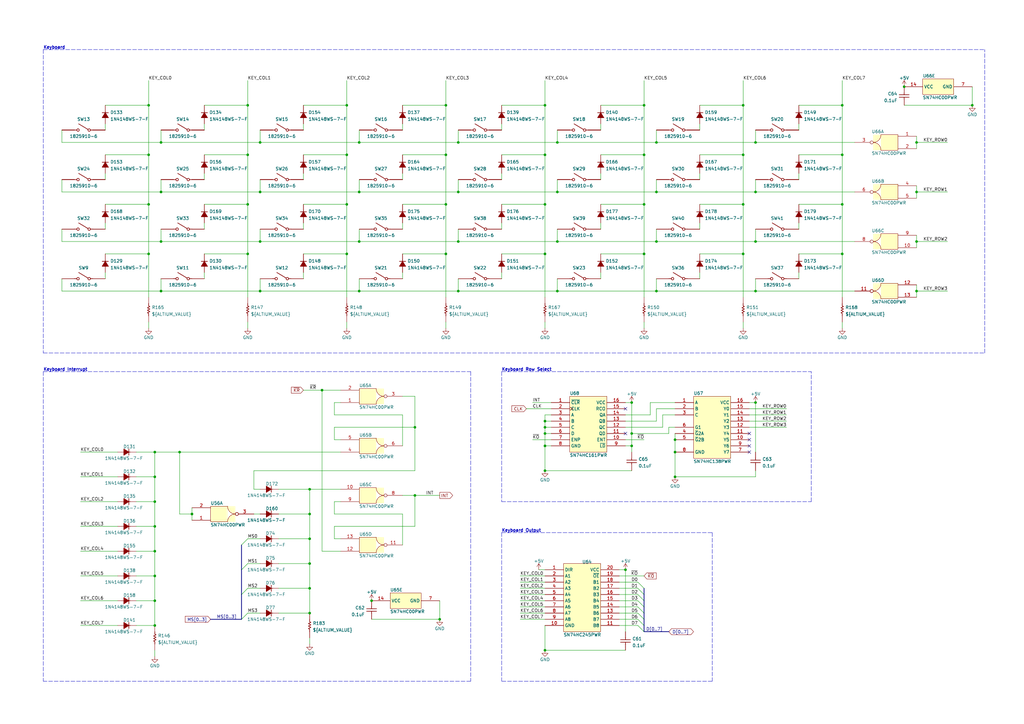
<source format=kicad_sch>
(kicad_sch (version 20211123) (generator eeschema)
  (paper "A3")
  (title_block (title "Keyboard") (date "2022-01-19") (rev "V1.1") (company "Riley Stuermer"))
  (junction (at 309.88 78.74))
  (junction (at 147.32 78.74))
  (junction (at 60.96 43.18))
  (junction (at 170.18 175.26))
  (junction (at 170.18 203.2))
  (junction (at 127 241.3))
  (junction (at 223.52 177.8))
  (junction (at 223.52 83.82))
  (junction (at 101.6 43.18))
  (junction (at 375.92 78.74))
  (junction (at 375.92 119.38))
  (junction (at 345.44 43.18))
  (junction (at 228.6 58.42))
  (junction (at 223.52 175.26))
  (junction (at 187.96 78.74))
  (junction (at 101.6 104.14))
  (junction (at 276.86 195.58))
  (junction (at 60.96 104.14))
  (junction (at 60.96 63.5))
  (junction (at 264.16 104.14))
  (junction (at 63.5 185.42))
  (junction (at 106.68 119.38))
  (junction (at 264.16 43.18))
  (junction (at 223.52 193.04))
  (junction (at 269.24 99.06))
  (junction (at 223.52 266.7))
  (junction (at 182.88 43.18))
  (junction (at 187.96 58.42))
  (junction (at 142.24 63.5))
  (junction (at 106.68 58.42))
  (junction (at 304.8 43.18))
  (junction (at 228.6 78.74))
  (junction (at 147.32 99.06))
  (junction (at 101.6 63.5))
  (junction (at 304.8 63.5))
  (junction (at 106.68 78.74))
  (junction (at 63.5 195.58))
  (junction (at 60.96 83.82))
  (junction (at 398.78 43.18))
  (junction (at 182.88 83.82))
  (junction (at 269.24 58.42))
  (junction (at 142.24 104.14))
  (junction (at 63.5 215.9))
  (junction (at 63.5 205.74))
  (junction (at 127 251.46))
  (junction (at 276.86 185.42))
  (junction (at 63.5 226.06))
  (junction (at 127 231.14))
  (junction (at 66.04 99.06))
  (junction (at 73.66 185.42))
  (junction (at 276.86 180.34))
  (junction (at 259.08 177.8))
  (junction (at 66.04 58.42))
  (junction (at 228.6 99.06))
  (junction (at 264.16 83.82))
  (junction (at 127 220.98))
  (junction (at 309.88 58.42))
  (junction (at 370.84 35.56))
  (junction (at 66.04 119.38))
  (junction (at 142.24 83.82))
  (junction (at 375.92 58.42))
  (junction (at 152.4 246.38))
  (junction (at 147.32 58.42))
  (junction (at 127 210.82))
  (junction (at 259.08 165.1))
  (junction (at 66.04 78.74))
  (junction (at 375.92 99.06))
  (junction (at 78.74 210.82))
  (junction (at 142.24 43.18))
  (junction (at 127 200.66))
  (junction (at 182.88 63.5))
  (junction (at 63.5 256.54))
  (junction (at 132.08 160.02))
  (junction (at 223.52 104.14))
  (junction (at 187.96 119.38))
  (junction (at 345.44 104.14))
  (junction (at 304.8 104.14))
  (junction (at 309.88 165.1))
  (junction (at 269.24 78.74))
  (junction (at 147.32 119.38))
  (junction (at 256.54 233.68))
  (junction (at 223.52 182.88))
  (junction (at 309.88 119.38))
  (junction (at 228.6 119.38))
  (junction (at 309.88 99.06))
  (junction (at 259.08 182.88))
  (junction (at 180.34 254))
  (junction (at 345.44 83.82))
  (junction (at 264.16 63.5))
  (junction (at 223.52 43.18))
  (junction (at 223.52 63.5))
  (junction (at 187.96 99.06))
  (junction (at 63.5 236.22))
  (junction (at 106.68 99.06))
  (junction (at 269.24 119.38))
  (junction (at 63.5 246.38))
  (junction (at 304.8 83.82))
  (junction (at 101.6 83.82))
  (junction (at 223.52 172.72))
  (junction (at 182.88 104.14))
  (junction (at 345.44 63.5))
  (no_connect (at 256.54 167.64))
  (no_connect (at 307.34 177.8))
  (no_connect (at 307.34 185.42))
  (no_connect (at 307.34 182.88))
  (no_connect (at 256.54 177.8))
  (no_connect (at 307.34 180.34))
  (bus_entry (at 99.06 233.68) (size 2.54 -2.54))
  (bus_entry (at 99.06 223.52) (size 2.54 -2.54))
  (bus_entry (at 99.06 243.84) (size 2.54 -2.54))
  (bus_entry (at 99.06 254) (size 2.54 -2.54))
  (bus_entry (at 261.62 256.54) (size 2.54 2.54))
  (bus_entry (at 261.62 248.92) (size 2.54 2.54))
  (bus_entry (at 261.62 251.46) (size 2.54 2.54))
  (bus_entry (at 261.62 254) (size 2.54 2.54))
  (bus_entry (at 261.62 241.3) (size 2.54 2.54))
  (bus_entry (at 261.62 238.76) (size 2.54 2.54))
  (bus_entry (at 261.62 243.84) (size 2.54 2.54))
  (bus_entry (at 261.62 246.38) (size 2.54 2.54))
  (wire (pts (xy 261.62 243.84) (xy 254 243.84)))
  (wire (pts (xy 187.96 99.06) (xy 228.6 99.06)))
  (wire (pts (xy 223.52 83.82) (xy 223.52 63.5)))
  (bus (pts (xy 99.06 223.52) (xy 99.06 233.68)))
  (wire (pts (xy 259.08 182.88) (xy 256.54 182.88)))
  (wire (pts (xy 264.16 43.18) (xy 246.38 43.18)))
  (wire (pts (xy 165.1 83.82) (xy 182.88 83.82)))
  (wire (pts (xy 375.92 76.2) (xy 375.92 78.74)))
  (wire (pts (xy 142.24 63.5) (xy 142.24 43.18)))
  (wire (pts (xy 170.18 175.26) (xy 137.16 175.26)))
  (bus (pts (xy 264.16 243.84) (xy 264.16 246.38)))
  (wire (pts (xy 106.68 200.66) (xy 104.14 200.66)))
  (polyline (pts (xy 17.78 20.32) (xy 17.78 144.78)))
  (wire (pts (xy 309.88 58.42) (xy 350.52 58.42)))
  (wire (pts (xy 269.24 58.42) (xy 309.88 58.42)))
  (wire (pts (xy 170.18 203.2) (xy 180.34 203.2)))
  (wire (pts (xy 187.96 119.38) (xy 228.6 119.38)))
  (wire (pts (xy 25.4 53.34) (xy 25.4 58.42)))
  (wire (pts (xy 83.82 111.76) (xy 83.82 114.3)))
  (wire (pts (xy 106.68 93.98) (xy 106.68 99.06)))
  (wire (pts (xy 187.96 58.42) (xy 228.6 58.42)))
  (wire (pts (xy 55.88 215.9) (xy 63.5 215.9)))
  (wire (pts (xy 170.18 203.2) (xy 165.1 203.2)))
  (bus (pts (xy 264.16 246.38) (xy 264.16 248.92)))
  (polyline (pts (xy 205.74 152.4) (xy 205.74 205.74)))
  (wire (pts (xy 213.36 248.92) (xy 223.52 248.92)))
  (wire (pts (xy 137.16 215.9) (xy 170.18 215.9)))
  (wire (pts (xy 187.96 78.74) (xy 228.6 78.74)))
  (wire (pts (xy 269.24 53.34) (xy 269.24 58.42)))
  (wire (pts (xy 213.36 241.3) (xy 223.52 241.3)))
  (bus (pts (xy 264.16 256.54) (xy 264.16 259.08)))
  (wire (pts (xy 139.7 220.98) (xy 137.16 220.98)))
  (wire (pts (xy 60.96 43.18) (xy 60.96 33.02)))
  (wire (pts (xy 213.36 251.46) (xy 223.52 251.46)))
  (wire (pts (xy 63.5 236.22) (xy 63.5 246.38)))
  (wire (pts (xy 106.68 73.66) (xy 106.68 78.74)))
  (wire (pts (xy 304.8 104.14) (xy 304.8 83.82)))
  (wire (pts (xy 180.34 254) (xy 180.34 246.38)))
  (wire (pts (xy 106.68 53.34) (xy 106.68 58.42)))
  (wire (pts (xy 165.1 111.76) (xy 165.1 114.3)))
  (wire (pts (xy 170.18 215.9) (xy 170.18 203.2)))
  (wire (pts (xy 287.02 71.12) (xy 287.02 73.66)))
  (wire (pts (xy 223.52 172.72) (xy 223.52 175.26)))
  (polyline (pts (xy 205.74 218.44) (xy 205.74 279.4)))
  (wire (pts (xy 55.88 205.74) (xy 63.5 205.74)))
  (wire (pts (xy 187.96 93.98) (xy 187.96 99.06)))
  (wire (pts (xy 345.44 43.18) (xy 327.66 43.18)))
  (wire (pts (xy 60.96 104.14) (xy 60.96 121.92)))
  (wire (pts (xy 147.32 93.98) (xy 147.32 99.06)))
  (wire (pts (xy 147.32 114.3) (xy 147.32 119.38)))
  (wire (pts (xy 266.7 170.18) (xy 266.7 165.1)))
  (wire (pts (xy 309.88 119.38) (xy 309.88 114.3)))
  (wire (pts (xy 370.84 43.18) (xy 398.78 43.18)))
  (wire (pts (xy 132.08 226.06) (xy 132.08 160.02)))
  (wire (pts (xy 271.78 170.18) (xy 276.86 170.18)))
  (wire (pts (xy 101.6 43.18) (xy 101.6 33.02)))
  (wire (pts (xy 25.4 78.74) (xy 66.04 78.74)))
  (wire (pts (xy 114.3 241.3) (xy 127 241.3)))
  (wire (pts (xy 309.88 78.74) (xy 309.88 73.66)))
  (wire (pts (xy 106.68 114.3) (xy 106.68 119.38)))
  (wire (pts (xy 73.66 185.42) (xy 139.7 185.42)))
  (wire (pts (xy 152.4 254) (xy 180.34 254)))
  (wire (pts (xy 139.7 226.06) (xy 132.08 226.06)))
  (wire (pts (xy 254 233.68) (xy 256.54 233.68)))
  (wire (pts (xy 388.62 119.38) (xy 375.92 119.38)))
  (wire (pts (xy 124.46 83.82) (xy 142.24 83.82)))
  (wire (pts (xy 124.46 71.12) (xy 124.46 73.66)))
  (wire (pts (xy 226.06 170.18) (xy 223.52 170.18)))
  (wire (pts (xy 287.02 91.44) (xy 287.02 93.98)))
  (wire (pts (xy 276.86 175.26) (xy 274.32 175.26)))
  (polyline (pts (xy 292.1 279.4) (xy 205.74 279.4)))
  (wire (pts (xy 66.04 73.66) (xy 66.04 78.74)))
  (bus (pts (xy 264.16 254) (xy 264.16 256.54)))
  (wire (pts (xy 137.16 175.26) (xy 137.16 180.34)))
  (wire (pts (xy 73.66 185.42) (xy 73.66 210.82)))
  (wire (pts (xy 223.52 132.08) (xy 223.52 134.62)))
  (wire (pts (xy 106.68 119.38) (xy 147.32 119.38)))
  (wire (pts (xy 223.52 43.18) (xy 205.74 43.18)))
  (wire (pts (xy 213.36 238.76) (xy 223.52 238.76)))
  (wire (pts (xy 165.1 43.18) (xy 182.88 43.18)))
  (wire (pts (xy 33.02 215.9) (xy 48.26 215.9)))
  (wire (pts (xy 345.44 104.14) (xy 345.44 121.92)))
  (wire (pts (xy 287.02 50.8) (xy 287.02 53.34)))
  (wire (pts (xy 114.3 231.14) (xy 127 231.14)))
  (wire (pts (xy 124.46 91.44) (xy 124.46 93.98)))
  (wire (pts (xy 106.68 220.98) (xy 101.6 220.98)))
  (wire (pts (xy 147.32 58.42) (xy 187.96 58.42)))
  (wire (pts (xy 218.44 165.1) (xy 226.06 165.1)))
  (wire (pts (xy 43.18 63.5) (xy 60.96 63.5)))
  (wire (pts (xy 139.7 165.1) (xy 137.16 165.1)))
  (wire (pts (xy 327.66 71.12) (xy 327.66 73.66)))
  (wire (pts (xy 223.52 170.18) (xy 223.52 172.72)))
  (wire (pts (xy 187.96 53.34) (xy 187.96 58.42)))
  (wire (pts (xy 33.02 246.38) (xy 48.26 246.38)))
  (wire (pts (xy 63.5 246.38) (xy 63.5 256.54)))
  (polyline (pts (xy 403.86 144.78) (xy 403.86 20.32)))
  (wire (pts (xy 307.34 172.72) (xy 322.58 172.72)))
  (wire (pts (xy 213.36 243.84) (xy 223.52 243.84)))
  (wire (pts (xy 228.6 119.38) (xy 269.24 119.38)))
  (wire (pts (xy 60.96 104.14) (xy 60.96 83.82)))
  (wire (pts (xy 60.96 63.5) (xy 60.96 83.82)))
  (wire (pts (xy 327.66 50.8) (xy 327.66 53.34)))
  (wire (pts (xy 307.34 170.18) (xy 322.58 170.18)))
  (wire (pts (xy 304.8 43.18) (xy 287.02 43.18)))
  (wire (pts (xy 228.6 114.3) (xy 228.6 119.38)))
  (wire (pts (xy 106.68 99.06) (xy 147.32 99.06)))
  (wire (pts (xy 60.96 43.18) (xy 43.18 43.18)))
  (wire (pts (xy 137.16 170.18) (xy 165.1 170.18)))
  (polyline (pts (xy 205.74 218.44) (xy 292.1 218.44)))
  (polyline (pts (xy 17.78 20.32) (xy 403.86 20.32)))
  (wire (pts (xy 55.88 246.38) (xy 63.5 246.38)))
  (wire (pts (xy 63.5 256.54) (xy 55.88 256.54)))
  (wire (pts (xy 307.34 165.1) (xy 309.88 165.1)))
  (wire (pts (xy 55.88 185.42) (xy 63.5 185.42)))
  (wire (pts (xy 223.52 193.04) (xy 259.08 193.04)))
  (wire (pts (xy 264.16 104.14) (xy 264.16 83.82)))
  (wire (pts (xy 304.8 63.5) (xy 304.8 43.18)))
  (wire (pts (xy 104.14 210.82) (xy 106.68 210.82)))
  (wire (pts (xy 78.74 210.82) (xy 78.74 213.36)))
  (wire (pts (xy 104.14 193.04) (xy 170.18 193.04)))
  (wire (pts (xy 124.46 104.14) (xy 142.24 104.14)))
  (wire (pts (xy 205.74 63.5) (xy 223.52 63.5)))
  (wire (pts (xy 215.9 167.64) (xy 226.06 167.64)))
  (polyline (pts (xy 205.74 205.74) (xy 332.74 205.74)))
  (wire (pts (xy 104.14 200.66) (xy 104.14 193.04)))
  (wire (pts (xy 147.32 99.06) (xy 187.96 99.06)))
  (wire (pts (xy 137.16 210.82) (xy 165.1 210.82)))
  (wire (pts (xy 63.5 226.06) (xy 63.5 236.22)))
  (wire (pts (xy 137.16 165.1) (xy 137.16 170.18)))
  (wire (pts (xy 375.92 96.52) (xy 375.92 99.06)))
  (polyline (pts (xy 205.74 152.4) (xy 332.74 152.4)))
  (wire (pts (xy 226.06 177.8) (xy 223.52 177.8)))
  (wire (pts (xy 106.68 251.46) (xy 101.6 251.46)))
  (wire (pts (xy 266.7 165.1) (xy 276.86 165.1)))
  (wire (pts (xy 398.78 43.18) (xy 398.78 35.56)))
  (bus (pts (xy 264.16 241.3) (xy 264.16 243.84)))
  (wire (pts (xy 223.52 63.5) (xy 223.52 43.18)))
  (wire (pts (xy 205.74 83.82) (xy 223.52 83.82)))
  (wire (pts (xy 223.52 175.26) (xy 223.52 177.8)))
  (wire (pts (xy 187.96 114.3) (xy 187.96 119.38)))
  (wire (pts (xy 142.24 43.18) (xy 124.46 43.18)))
  (wire (pts (xy 25.4 93.98) (xy 25.4 99.06)))
  (wire (pts (xy 223.52 104.14) (xy 223.52 121.92)))
  (wire (pts (xy 63.5 215.9) (xy 63.5 226.06)))
  (wire (pts (xy 55.88 195.58) (xy 63.5 195.58)))
  (wire (pts (xy 228.6 53.34) (xy 228.6 58.42)))
  (wire (pts (xy 101.6 83.82) (xy 101.6 104.14)))
  (wire (pts (xy 269.24 73.66) (xy 269.24 78.74)))
  (wire (pts (xy 223.52 104.14) (xy 223.52 83.82)))
  (wire (pts (xy 165.1 50.8) (xy 165.1 53.34)))
  (wire (pts (xy 345.44 63.5) (xy 345.44 43.18)))
  (wire (pts (xy 33.02 256.54) (xy 48.26 256.54)))
  (wire (pts (xy 139.7 205.74) (xy 137.16 205.74)))
  (polyline (pts (xy 332.74 205.74) (xy 332.74 152.4)))
  (wire (pts (xy 127 200.66) (xy 139.7 200.66)))
  (wire (pts (xy 66.04 93.98) (xy 66.04 99.06)))
  (wire (pts (xy 259.08 177.8) (xy 274.32 177.8)))
  (wire (pts (xy 213.36 236.22) (xy 223.52 236.22)))
  (wire (pts (xy 132.08 160.02) (xy 124.46 160.02)))
  (wire (pts (xy 213.36 254) (xy 223.52 254)))
  (wire (pts (xy 327.66 63.5) (xy 345.44 63.5)))
  (wire (pts (xy 304.8 104.14) (xy 304.8 121.92)))
  (wire (pts (xy 124.46 111.76) (xy 124.46 114.3)))
  (wire (pts (xy 101.6 104.14) (xy 83.82 104.14)))
  (wire (pts (xy 147.32 53.34) (xy 147.32 58.42)))
  (wire (pts (xy 345.44 43.18) (xy 345.44 33.02)))
  (wire (pts (xy 127 251.46) (xy 127 241.3)))
  (wire (pts (xy 307.34 175.26) (xy 322.58 175.26)))
  (wire (pts (xy 142.24 104.14) (xy 142.24 121.92)))
  (wire (pts (xy 274.32 175.26) (xy 274.32 177.8)))
  (wire (pts (xy 83.82 50.8) (xy 83.82 53.34)))
  (wire (pts (xy 170.18 162.56) (xy 165.1 162.56)))
  (wire (pts (xy 309.88 119.38) (xy 350.52 119.38)))
  (wire (pts (xy 264.16 83.82) (xy 264.16 63.5)))
  (wire (pts (xy 66.04 114.3) (xy 66.04 119.38)))
  (wire (pts (xy 388.62 99.06) (xy 375.92 99.06)))
  (wire (pts (xy 83.82 43.18) (xy 101.6 43.18)))
  (wire (pts (xy 165.1 210.82) (xy 165.1 223.52)))
  (wire (pts (xy 256.54 175.26) (xy 271.78 175.26)))
  (wire (pts (xy 127 241.3) (xy 127 231.14)))
  (wire (pts (xy 327.66 91.44) (xy 327.66 93.98)))
  (wire (pts (xy 345.44 83.82) (xy 345.44 63.5)))
  (wire (pts (xy 25.4 99.06) (xy 66.04 99.06)))
  (wire (pts (xy 83.82 91.44) (xy 83.82 93.98)))
  (wire (pts (xy 269.24 167.64) (xy 276.86 167.64)))
  (wire (pts (xy 83.82 63.5) (xy 101.6 63.5)))
  (wire (pts (xy 137.16 220.98) (xy 137.16 215.9)))
  (wire (pts (xy 228.6 99.06) (xy 269.24 99.06)))
  (wire (pts (xy 182.88 63.5) (xy 182.88 43.18)))
  (wire (pts (xy 165.1 91.44) (xy 165.1 93.98)))
  (wire (pts (xy 33.02 185.42) (xy 48.26 185.42)))
  (polyline (pts (xy 193.04 279.4) (xy 17.78 279.4)))
  (wire (pts (xy 276.86 180.34) (xy 276.86 185.42)))
  (wire (pts (xy 345.44 104.14) (xy 345.44 83.82)))
  (wire (pts (xy 246.38 83.82) (xy 264.16 83.82)))
  (wire (pts (xy 137.16 180.34) (xy 139.7 180.34)))
  (wire (pts (xy 218.44 180.34) (xy 226.06 180.34)))
  (wire (pts (xy 142.24 104.14) (xy 142.24 83.82)))
  (wire (pts (xy 246.38 50.8) (xy 246.38 53.34)))
  (wire (pts (xy 246.38 63.5) (xy 264.16 63.5)))
  (wire (pts (xy 375.92 55.88) (xy 375.92 58.42)))
  (wire (pts (xy 25.4 58.42) (xy 66.04 58.42)))
  (wire (pts (xy 205.74 50.8) (xy 205.74 53.34)))
  (bus (pts (xy 99.06 233.68) (xy 99.06 243.84)))
  (wire (pts (xy 63.5 195.58) (xy 63.5 205.74)))
  (wire (pts (xy 43.18 91.44) (xy 43.18 93.98)))
  (wire (pts (xy 345.44 132.08) (xy 345.44 134.62)))
  (wire (pts (xy 304.8 83.82) (xy 304.8 63.5)))
  (bus (pts (xy 99.06 254) (xy 86.36 254)))
  (wire (pts (xy 228.6 78.74) (xy 269.24 78.74)))
  (wire (pts (xy 307.34 167.64) (xy 322.58 167.64)))
  (bus (pts (xy 264.16 251.46) (xy 264.16 254)))
  (wire (pts (xy 375.92 99.06) (xy 375.92 101.6)))
  (wire (pts (xy 165.1 104.14) (xy 182.88 104.14)))
  (wire (pts (xy 228.6 73.66) (xy 228.6 78.74)))
  (wire (pts (xy 261.62 246.38) (xy 254 246.38)))
  (wire (pts (xy 223.52 182.88) (xy 223.52 193.04)))
  (wire (pts (xy 269.24 99.06) (xy 309.88 99.06)))
  (polyline (pts (xy 292.1 218.44) (xy 292.1 279.4)))
  (wire (pts (xy 327.66 104.14) (xy 345.44 104.14)))
  (wire (pts (xy 259.08 165.1) (xy 259.08 177.8)))
  (wire (pts (xy 264.16 63.5) (xy 264.16 43.18)))
  (wire (pts (xy 124.46 50.8) (xy 124.46 53.34)))
  (wire (pts (xy 63.5 205.74) (xy 63.5 215.9)))
  (wire (pts (xy 375.92 119.38) (xy 375.92 121.92)))
  (wire (pts (xy 43.18 104.14) (xy 60.96 104.14)))
  (wire (pts (xy 73.66 210.82) (xy 78.74 210.82)))
  (wire (pts (xy 259.08 177.8) (xy 259.08 182.88)))
  (wire (pts (xy 127 210.82) (xy 114.3 210.82)))
  (wire (pts (xy 127 200.66) (xy 114.3 200.66)))
  (wire (pts (xy 83.82 71.12) (xy 83.82 73.66)))
  (wire (pts (xy 213.36 246.38) (xy 223.52 246.38)))
  (wire (pts (xy 226.06 175.26) (xy 223.52 175.26)))
  (wire (pts (xy 261.62 248.92) (xy 254 248.92)))
  (wire (pts (xy 165.1 63.5) (xy 182.88 63.5)))
  (wire (pts (xy 223.52 182.88) (xy 226.06 182.88)))
  (wire (pts (xy 142.24 132.08) (xy 142.24 134.62)))
  (wire (pts (xy 25.4 73.66) (xy 25.4 78.74)))
  (bus (pts (xy 264.16 248.92) (xy 264.16 251.46)))
  (wire (pts (xy 309.88 193.04) (xy 309.88 195.58)))
  (wire (pts (xy 25.4 119.38) (xy 66.04 119.38)))
  (wire (pts (xy 375.92 78.74) (xy 375.92 81.28)))
  (wire (pts (xy 287.02 63.5) (xy 304.8 63.5)))
  (wire (pts (xy 388.62 58.42) (xy 375.92 58.42)))
  (wire (pts (xy 228.6 58.42) (xy 269.24 58.42)))
  (wire (pts (xy 205.74 111.76) (xy 205.74 114.3)))
  (wire (pts (xy 256.54 180.34) (xy 264.16 180.34)))
  (wire (pts (xy 264.16 132.08) (xy 264.16 134.62)))
  (wire (pts (xy 66.04 99.06) (xy 106.68 99.06)))
  (wire (pts (xy 264.16 104.14) (xy 264.16 121.92)))
  (wire (pts (xy 259.08 182.88) (xy 259.08 185.42)))
  (wire (pts (xy 256.54 233.68) (xy 256.54 259.08)))
  (wire (pts (xy 205.74 91.44) (xy 205.74 93.98)))
  (wire (pts (xy 33.02 205.74) (xy 48.26 205.74)))
  (wire (pts (xy 106.68 58.42) (xy 147.32 58.42)))
  (wire (pts (xy 246.38 91.44) (xy 246.38 93.98)))
  (bus (pts (xy 264.16 259.08) (xy 274.32 259.08)))
  (wire (pts (xy 375.92 58.42) (xy 375.92 60.96)))
  (wire (pts (xy 55.88 226.06) (xy 63.5 226.06)))
  (wire (pts (xy 261.62 251.46) (xy 254 251.46)))
  (wire (pts (xy 147.32 73.66) (xy 147.32 78.74)))
  (wire (pts (xy 223.52 43.18) (xy 223.52 33.02)))
  (wire (pts (xy 66.04 58.42) (xy 106.68 58.42)))
  (wire (pts (xy 388.62 78.74) (xy 375.92 78.74)))
  (wire (pts (xy 101.6 104.14) (xy 101.6 121.92)))
  (wire (pts (xy 142.24 83.82) (xy 142.24 63.5)))
  (wire (pts (xy 127 231.14) (xy 127 220.98)))
  (wire (pts (xy 142.24 43.18) (xy 142.24 33.02)))
  (wire (pts (xy 309.88 195.58) (xy 276.86 195.58)))
  (wire (pts (xy 101.6 63.5) (xy 101.6 83.82)))
  (wire (pts (xy 127 264.16) (xy 127 261.62)))
  (wire (pts (xy 276.86 185.42) (xy 276.86 195.58)))
  (polyline (pts (xy 17.78 144.78) (xy 403.86 144.78)))
  (wire (pts (xy 261.62 238.76) (xy 254 238.76)))
  (wire (pts (xy 78.74 210.82) (xy 78.74 208.28)))
  (wire (pts (xy 256.54 172.72) (xy 269.24 172.72)))
  (wire (pts (xy 127 210.82) (xy 127 200.66)))
  (wire (pts (xy 269.24 119.38) (xy 309.88 119.38)))
  (wire (pts (xy 261.62 254) (xy 254 254)))
  (wire (pts (xy 43.18 111.76) (xy 43.18 114.3)))
  (wire (pts (xy 66.04 78.74) (xy 106.68 78.74)))
  (wire (pts (xy 287.02 83.82) (xy 304.8 83.82)))
  (wire (pts (xy 226.06 172.72) (xy 223.52 172.72)))
  (wire (pts (xy 287.02 104.14) (xy 304.8 104.14)))
  (wire (pts (xy 187.96 73.66) (xy 187.96 78.74)))
  (wire (pts (xy 66.04 119.38) (xy 106.68 119.38)))
  (wire (pts (xy 182.88 83.82) (xy 182.88 63.5)))
  (wire (pts (xy 223.52 177.8) (xy 223.52 182.88)))
  (wire (pts (xy 60.96 63.5) (xy 60.96 43.18)))
  (wire (pts (xy 309.88 99.06) (xy 309.88 93.98)))
  (wire (pts (xy 33.02 195.58) (xy 48.26 195.58)))
  (wire (pts (xy 147.32 119.38) (xy 187.96 119.38)))
  (wire (pts (xy 60.96 83.82) (xy 43.18 83.82)))
  (wire (pts (xy 182.88 132.08) (xy 182.88 134.62)))
  (wire (pts (xy 182.88 104.14) (xy 182.88 83.82)))
  (wire (pts (xy 106.68 231.14) (xy 101.6 231.14)))
  (wire (pts (xy 43.18 71.12) (xy 43.18 73.66)))
  (wire (pts (xy 124.46 63.5) (xy 142.24 63.5)))
  (wire (pts (xy 254 236.22) (xy 264.16 236.22)))
  (wire (pts (xy 261.62 241.3) (xy 254 241.3)))
  (wire (pts (xy 309.88 78.74) (xy 350.52 78.74)))
  (wire (pts (xy 165.1 71.12) (xy 165.1 73.66)))
  (wire (pts (xy 33.02 226.06) (xy 48.26 226.06)))
  (wire (pts (xy 304.8 132.08) (xy 304.8 134.62)))
  (wire (pts (xy 269.24 114.3) (xy 269.24 119.38)))
  (wire (pts (xy 228.6 93.98) (xy 228.6 99.06)))
  (wire (pts (xy 33.02 236.22) (xy 48.26 236.22)))
  (wire (pts (xy 304.8 43.18) (xy 304.8 33.02)))
  (wire (pts (xy 309.88 58.42) (xy 309.88 53.34)))
  (wire (pts (xy 264.16 43.18) (xy 264.16 33.02)))
  (wire (pts (xy 170.18 193.04) (xy 170.18 175.26)))
  (wire (pts (xy 269.24 93.98) (xy 269.24 99.06)))
  (wire (pts (xy 276.86 177.8) (xy 276.86 180.34)))
  (wire (pts (xy 327.66 111.76) (xy 327.66 114.3)))
  (wire (pts (xy 309.88 99.06) (xy 350.52 99.06)))
  (wire (pts (xy 269.24 78.74) (xy 309.88 78.74)))
  (wire (pts (xy 83.82 83.82) (xy 101.6 83.82)))
  (wire (pts (xy 223.52 256.54) (xy 223.52 266.7)))
  (wire (pts (xy 101.6 241.3) (xy 106.68 241.3)))
  (wire (pts (xy 55.88 236.22) (xy 63.5 236.22)))
  (bus (pts (xy 99.06 243.84) (xy 99.06 254)))
  (wire (pts (xy 127 220.98) (xy 127 210.82)))
  (wire (pts (xy 63.5 195.58) (xy 63.5 185.42)))
  (polyline (pts (xy 17.78 152.4) (xy 17.78 279.4)))
  (polyline (pts (xy 17.78 152.4) (xy 193.04 152.4)))
  (wire (pts (xy 165.1 170.18) (xy 165.1 182.88)))
  (wire (pts (xy 170.18 175.26) (xy 170.18 162.56)))
  (wire (pts (xy 101.6 132.08) (xy 101.6 134.62)))
  (wire (pts (xy 137.16 205.74) (xy 137.16 210.82)))
  (wire (pts (xy 220.98 233.68) (xy 223.52 233.68)))
  (wire (pts (xy 375.92 116.84) (xy 375.92 119.38)))
  (wire (pts (xy 147.32 78.74) (xy 187.96 78.74)))
  (polyline (pts (xy 193.04 152.4) (xy 193.04 279.4)))
  (wire (pts (xy 60.96 132.08) (xy 60.96 134.62)))
  (wire (pts (xy 223.52 266.7) (xy 256.54 266.7)))
  (wire (pts (xy 139.7 160.02) (xy 132.08 160.02)))
  (wire (pts (xy 63.5 269.24) (xy 63.5 266.7)))
  (wire (pts (xy 256.54 170.18) (xy 266.7 170.18)))
  (wire (pts (xy 25.4 114.3) (xy 25.4 119.38)))
  (wire (pts (xy 205.74 71.12) (xy 205.74 73.66)))
  (wire (pts (xy 205.74 104.14) (xy 223.52 104.14)))
  (wire (pts (xy 106.68 78.74) (xy 147.32 78.74)))
  (wire (pts (xy 114.3 220.98) (xy 127 220.98)))
  (wire (pts (xy 182.88 43.18) (xy 182.88 33.02)))
  (wire (pts (xy 63.5 185.42) (xy 73.66 185.42)))
  (wire (pts (xy 261.62 256.54) (xy 254 256.54)))
  (wire (pts (xy 246.38 111.76) (xy 246.38 114.3)))
  (wire (pts (xy 256.54 165.1) (xy 259.08 165.1)))
  (wire (pts (xy 287.02 111.76) (xy 287.02 114.3)))
  (wire (pts (xy 114.3 251.46) (xy 127 251.46)))
  (wire (pts (xy 182.88 104.14) (xy 182.88 121.92)))
  (wire (pts (xy 43.18 50.8) (xy 43.18 53.34)))
  (wire (pts (xy 309.88 165.1) (xy 309.88 185.42)))
  (wire (pts (xy 269.24 167.64) (xy 269.24 172.72)))
  (wire (pts (xy 246.38 71.12) (xy 246.38 73.66)))
  (wire (pts (xy 271.78 175.26) (xy 271.78 170.18)))
  (wire (pts (xy 246.38 104.14) (xy 264.16 104.14)))
  (wire (pts (xy 101.6 43.18) (xy 101.6 63.5)))
  (wire (pts (xy 327.66 83.82) (xy 345.44 83.82)))
  (wire (pts (xy 66.04 53.34) (xy 66.04 58.42)))
  (text "Keyboard Interrupt" (at 17.78 152.4 0) (effects (font (size 1.27 1.27) bold) (justify left bottom)))
  (text "Keyboard Row Select" (at 205.74 152.4 0) (effects (font (size 1.27 1.27) bold) (justify left bottom)))
  (text "Keyboard" (at 17.78 20.32 0) (effects (font (size 1.27 1.27) (thickness 0.254) bold) (justify left bottom)))
  (text "Keyboard Output" (at 205.74 218.44 0) (effects (font (size 1.27 1.27) bold) (justify left bottom)))
  (label "KEY_COL1" (at 101.6 33.02 0))
  (label "~{KO}" (at 261.62 236.22 180))
  (label "~{KR}" (at 127 160.02 0))
  (label "KEY_COL0" (at 213.36 236.22 0))
  (label "KEY_COL0" (at 33.02 185.42 0))
  (label "KEY_COL4" (at 213.36 246.38 0))
  (label "MS3" (at 101.6 251.46 0))
  (label "INT" (at 218.44 165.1 0))
  (label "MS0" (at 101.6 220.98 0))
  (label "KEY_COL7" (at 213.36 254 0))
  (label "D2" (at 261.62 243.84 180))
  (label "MS2" (at 101.6 241.3 0))
  (label "KEY_COL5" (at 213.36 248.92 0))
  (label "KEY_COL3" (at 182.88 33.02 0))
  (label "D5" (at 261.62 251.46 180))
  (label "D4" (at 261.62 248.92 180))
  (label "KEY_COL6" (at 304.8 33.02 0))
  (label "D6" (at 261.62 254 180))
  (label "KEY_ROW1" (at 388.62 78.74 180))
  (label "KEY_COL2" (at 142.24 33.02 0))
  (label "MS[0..3]" (at 88.9 254 0))
  (label "KEY_ROW3" (at 322.58 175.26 180))
  (label "D0" (at 261.62 238.76 180))
  (label "INT" (at 177.8 203.2 180))
  (label "KEY_COL7" (at 345.44 33.02 0))
  (label "~{KO}" (at 218.44 180.34 0))
  (label "MS1" (at 101.6 231.14 0))
  (label "D3" (at 261.62 246.38 180))
  (label "KEY_ROW3" (at 388.62 119.38 180))
  (label "D7" (at 261.62 256.54 180))
  (label "KEY_COL1" (at 33.02 195.58 0))
  (label "KEY_COL2" (at 33.02 205.74 0))
  (label "KEY_COL2" (at 213.36 241.3 0))
  (label "~{KO}" (at 264.16 180.34 180))
  (label "KEY_COL6" (at 213.36 251.46 0))
  (label "KEY_COL5" (at 264.16 33.02 0))
  (label "D1" (at 261.62 241.3 180))
  (label "KEY_COL1" (at 213.36 238.76 0))
  (label "KEY_COL0" (at 60.96 33.02 0))
  (label "CLK" (at 218.44 167.64 0))
  (label "KEY_ROW2" (at 388.62 99.06 180))
  (label "KEY_COL5" (at 33.02 236.22 0))
  (label "KEY_ROW0" (at 322.58 167.64 180))
  (label "KEY_COL3" (at 33.02 215.9 0))
  (label "KEY_COL4" (at 33.02 226.06 0))
  (label "KEY_ROW0" (at 388.62 58.42 180))
  (label "KEY_COL4" (at 223.52 33.02 0))
  (label "KEY_ROW2" (at 322.58 172.72 180))
  (label "KEY_COL6" (at 33.02 246.38 0))
  (label "KEY_COL7" (at 33.02 256.54 0))
  (label "KEY_COL3" (at 213.36 243.84 0))
  (label "KEY_ROW1" (at 322.58 170.18 180))
  (label "D[0..7]" (at 271.78 259.08 180))
  (global_label "~{KR}" (shape input) (at 124.46 160.02 180) (property "Intersheet References" "${INTERSHEET_REFS}" (effects hide)))
  (global_label "MS[0..3]" (shape input) (at 86.36 254 180) (property "Intersheet References" "${INTERSHEET_REFS}" (effects hide)))
  (global_label "INT" (shape output) (at 180.34 203.2 0) (property "Intersheet References" "${INTERSHEET_REFS}" (effects hide)))
  (global_label "D[0..7]" (shape bidirectional) (at 274.32 259.08 0) (property "Intersheet References" "${INTERSHEET_REFS}" (effects hide)))
  (global_label "~{KO}" (shape input) (at 264.16 236.22 0) (property "Intersheet References" "${INTERSHEET_REFS}" (effects hide)))
  (global_label "CLK" (shape input) (at 215.9 167.64 180) (property "Intersheet References" "${INTERSHEET_REFS}" (effects hide)))
  (symbol (lib_id "8BitCPU_Symbols:1825910-6") (at 274.32 93.98 0) (unit 1)
    (property "Reference" "SW40" (at 278.13 89.535 0))
    (property "Value" "1825910-6" (at 278.13 96.52 0))
    (property "Footprint" "TE-1825910-6" (effects hide))
  )
  (symbol (lib_id "8BitCPU_Symbols:1N4148WS-7-F") (at 109.22 251.46 0) (unit 1)
    (property "Reference" "D77" (at 108.966 249.936 0) (effects (justify left bottom)))
    (property "Value" "1N4148WS-7-F" (at 109.22 254 0))
    (property "Footprint" "DI-SOD323-SODFL250X120-2N" (effects hide))
  )
  (symbol (lib_id "8BitCPU_Symbols:RES") (at 142.24 129.54 90) (unit 1)
    (property "Reference" "R148" (at 143.51 126.0915 90) (effects (justify right)))
    (property "Value" "${ALTIUM_VALUE}" (at 143.51 128.8666 90) (effects (justify right)))
    (property "Footprint" "0603-RESC1508X06N" (effects hide))
  )
  (symbol (lib_id "8BitCPU_Symbols:1N4148WS-7-F") (at 109.22 241.3 0) (unit 1)
    (property "Reference" "D76" (at 108.966 239.776 0) (effects (justify left bottom)))
    (property "Value" "1N4148WS-7-F" (at 109.22 243.84 0))
    (property "Footprint" "8BitCPU_Footprints:SOD323-SODFL250X120-2N" (effects hide))
  )
  (symbol (lib_id "8BitCPU_Symbols:GND") (at 223.52 193.04 0) (unit 1)
    (property "Reference" "#PWR?" (effects hide))
    (property "Value" "GND" (at 223.52 196.85 0))
  )
  (symbol (lib_id "8BitCPU_Symbols:RES") (at 223.52 129.54 90) (unit 1)
    (property "Reference" "R167" (at 224.79 126.0915 90) (effects (justify right)))
    (property "Value" "${ALTIUM_VALUE}" (at 224.79 128.8666 90) (effects (justify right)))
    (property "Footprint" "0603-RESC1508X06N" (effects hide))
  )
  (symbol (lib_id "8BitCPU_Symbols:GND") (at 345.44 134.62 0) (unit 1)
    (property "Reference" "#PWR?" (effects hide))
    (property "Value" "GND" (at 345.44 138.43 0))
  )
  (symbol (lib_id "8BitCPU_Symbols:1825910-6") (at 30.48 114.3 0) (unit 1)
    (property "Reference" "SW9" (at 34.29 109.855 0))
    (property "Value" "1825910-6" (at 34.29 116.84 0))
    (property "Footprint" "TE-1825910-6" (effects hide))
  )
  (symbol (lib_id "8BitCPU_Symbols:GND") (at 223.52 134.62 0) (unit 1)
    (property "Reference" "#PWR?" (effects hide))
    (property "Value" "GND" (at 223.52 138.43 0))
  )
  (symbol (lib_id "8BitCPU_Symbols:SN74HC00PWR") (at 147.32 220.98 0) (unit 4)
    (property "Reference" "U65" (at 147.32 219.075 0) (effects (justify left)))
    (property "Value" "SN74HC00PWR" (at 147.32 227.965 0) (effects (justify left)))
    (property "Footprint" "8BitCPU_Footprints:PW-TSSOP65P640X120-14N" (effects hide))
  )
  (symbol (lib_id "8BitCPU_Symbols:1825910-6") (at 111.76 93.98 0) (unit 1)
    (property "Reference" "SW34" (at 115.57 89.535 0))
    (property "Value" "1825910-6" (at 115.57 96.52 0))
    (property "Footprint" "TE-1825910-6" (effects hide))
  )
  (symbol (lib_id "8BitCPU_Symbols:1N4148WS-7-F") (at 246.38 88.9 90) (unit 1)
    (property "Reference" "D177" (at 248.412 86.7215 90) (effects (justify right)))
    (property "Value" "1N4148WS-7-F" (at 248.412 89.4966 90) (effects (justify right)))
    (property "Footprint" "DI-SOD323-SODFL250X120-2N" (effects hide))
  )
  (symbol (lib_id "8BitCPU_Symbols:1N4148WS-7-F") (at 50.8 226.06 0) (unit 1)
    (property "Reference" "D155" (at 50.546 224.536 0) (effects (justify left bottom)))
    (property "Value" "1N4148WS-7-F" (at 50.8 228.6 0))
    (property "Footprint" "DI-SOD323-SODFL250X120-2N" (effects hide))
  )
  (symbol (lib_id "8BitCPU_Symbols:1825910-6") (at 193.04 73.66 0) (unit 1)
    (property "Reference" "SW28" (at 196.85 69.215 0))
    (property "Value" "1825910-6" (at 196.85 76.2 0))
    (property "Footprint" "TE-1825910-6" (effects hide))
  )
  (symbol (lib_id "8BitCPU_Symbols:1N4148WS-7-F") (at 205.74 109.22 90) (unit 1)
    (property "Reference" "D151" (at 207.772 107.0415 90) (effects (justify right)))
    (property "Value" "1N4148WS-7-F" (at 207.772 109.8166 90) (effects (justify right)))
    (property "Footprint" "DI-SOD323-SODFL250X120-2N" (effects hide))
  )
  (symbol (lib_id "8BitCPU_Symbols:GND") (at 304.8 134.62 0) (unit 1)
    (property "Reference" "#PWR?" (effects hide))
    (property "Value" "GND" (at 304.8 138.43 0))
  )
  (symbol (lib_id "8BitCPU_Symbols:1825910-6") (at 274.32 73.66 0) (unit 1)
    (property "Reference" "SW30" (at 278.13 69.215 0))
    (property "Value" "1825910-6" (at 278.13 76.2 0))
    (property "Footprint" "TE-1825910-6" (effects hide))
  )
  (symbol (lib_id "8BitCPU_Symbols:RES") (at 63.5 264.16 90) (unit 1)
    (property "Reference" "R146" (at 64.77 260.7115 90) (effects (justify right)))
    (property "Value" "${ALTIUM_VALUE}" (at 64.77 263.4866 90) (effects (justify right)))
    (property "Footprint" "0603-RESC1508X06N" (effects hide))
  )
  (symbol (lib_id "8BitCPU_Symbols:1825910-6") (at 111.76 114.3 0) (unit 1)
    (property "Reference" "SW12" (at 115.57 109.855 0))
    (property "Value" "1825910-6" (at 115.57 116.84 0))
    (property "Footprint" "TE-1825910-6" (effects hide))
  )
  (symbol (lib_id "8BitCPU_Symbols:1825910-6") (at 71.12 93.98 0) (unit 1)
    (property "Reference" "SW33" (at 74.93 89.535 0))
    (property "Value" "1825910-6" (at 74.93 96.52 0))
    (property "Footprint" "TE-1825910-6" (effects hide))
  )
  (symbol (lib_id "8BitCPU_Symbols:SN74HC161PWR") (at 233.68 165.1 0) (unit 1)
    (property "Reference" "U68" (at 233.68 161.29 0) (effects (justify left)))
    (property "Value" "SN74HC161PWR" (at 233.68 186.69 0) (effects (justify left)))
    (property "Footprint" "TI-PW-TSSOP65P640X120-16N" (effects hide))
  )
  (symbol (lib_id "8BitCPU_Symbols:1N4148WS-7-F") (at 124.46 48.26 90) (unit 1)
    (property "Reference" "D154" (at 126.492 46.0815 90) (effects (justify right)))
    (property "Value" "1N4148WS-7-F" (at 126.492 48.8566 90) (effects (justify right)))
    (property "Footprint" "DI-SOD323-SODFL250X120-2N" (effects hide))
  )
  (symbol (lib_id "8BitCPU_Symbols:1825910-6") (at 30.48 73.66 0) (unit 1)
    (property "Reference" "SW24" (at 34.29 69.215 0))
    (property "Value" "1825910-6" (at 34.29 76.2 0))
    (property "Footprint" "TE-1825910-6" (effects hide))
  )
  (symbol (lib_id "8BitCPU_Symbols:1N4148WS-7-F") (at 83.82 68.58 90) (unit 1)
    (property "Reference" "D156" (at 85.852 66.4015 90) (effects (justify right)))
    (property "Value" "1N4148WS-7-F" (at 85.852 69.1766 90) (effects (justify right)))
    (property "Footprint" "DI-SOD323-SODFL250X120-2N" (effects hide))
  )
  (symbol (lib_id "8BitCPU_Symbols:SN74HC00PWR") (at 147.32 200.66 0) (unit 3)
    (property "Reference" "U65" (at 147.32 198.755 0) (effects (justify left)))
    (property "Value" "SN74HC00PWR" (at 147.32 207.645 0) (effects (justify left)))
    (property "Footprint" "TI-PW-TSSOP65P640X120-14N" (effects hide))
  )
  (symbol (lib_id "8BitCPU_Symbols:RES") (at 345.44 129.54 90) (unit 1)
    (property "Reference" "R168" (at 346.71 126.0915 90) (effects (justify right)))
    (property "Value" "${ALTIUM_VALUE}" (at 346.71 128.8666 90) (effects (justify right)))
    (property "Footprint" "0603-RESC1508X06N" (effects hide))
  )
  (symbol (lib_id "8BitCPU_Symbols:1N4148WS-7-F") (at 205.74 48.26 90) (unit 1)
    (property "Reference" "D139" (at 207.772 46.0815 90) (effects (justify right)))
    (property "Value" "1N4148WS-7-F" (at 207.772 48.8566 90) (effects (justify right)))
    (property "Footprint" "DI-SOD323-SODFL250X120-2N" (effects hide))
  )
  (symbol (lib_id "8BitCPU_Symbols:1825910-6") (at 193.04 53.34 0) (unit 1)
    (property "Reference" "SW17" (at 196.85 48.895 0))
    (property "Value" "1825910-6" (at 196.85 55.88 0))
    (property "Footprint" "TE-1825910-6" (effects hide))
  )
  (symbol (lib_id "8BitCPU_Symbols:+5V") (at 256.54 233.68 0) (unit 1)
    (property "Reference" "#PWR?" (effects hide))
    (property "Value" "+5" (at 256.54 230.124 0))
  )
  (symbol (lib_id "8BitCPU_Symbols:GND") (at 127 264.16 0) (unit 1)
    (property "Reference" "#PWR?" (effects hide))
    (property "Value" "GND" (at 127 267.97 0))
  )
  (symbol (lib_id "8BitCPU_Symbols:1825910-6") (at 152.4 53.34 0) (unit 1)
    (property "Reference" "SW16" (at 156.21 48.895 0))
    (property "Value" "1825910-6" (at 156.21 55.88 0))
    (property "Footprint" "TE-1825910-6" (effects hide))
  )
  (symbol (lib_id "8BitCPU_Symbols:1825910-6") (at 193.04 93.98 0) (unit 1)
    (property "Reference" "SW38" (at 196.85 89.535 0))
    (property "Value" "1825910-6" (at 196.85 96.52 0))
    (property "Footprint" "TE-1825910-6" (effects hide))
  )
  (symbol (lib_id "8BitCPU_Symbols:+5V") (at 309.88 165.1 0) (unit 1)
    (property "Reference" "#PWR?" (effects hide))
    (property "Value" "+5" (at 309.88 161.544 0))
  )
  (symbol (lib_id "8BitCPU_Symbols:1825910-6") (at 233.68 53.34 0) (unit 1)
    (property "Reference" "SW18" (at 237.49 48.895 0))
    (property "Value" "1825910-6" (at 237.49 55.88 0))
    (property "Footprint" "TE-1825910-6" (effects hide))
  )
  (symbol (lib_id "8BitCPU_Symbols:1825910-6") (at 314.96 114.3 0) (unit 1)
    (property "Reference" "SW37" (at 318.77 109.855 0))
    (property "Value" "1825910-6" (at 318.77 116.84 0))
    (property "Footprint" "TE-1825910-6" (effects hide))
  )
  (symbol (lib_id "8BitCPU_Symbols:RES") (at 264.16 129.54 90) (unit 1)
    (property "Reference" "R150" (at 265.43 126.0915 90) (effects (justify right)))
    (property "Value" "${ALTIUM_VALUE}" (at 265.43 128.8666 90) (effects (justify right)))
    (property "Footprint" "0603-RESC1508X06N" (effects hide))
  )
  (symbol (lib_id "8BitCPU_Symbols:SN74HC138PWR") (at 284.48 165.1 0) (unit 1)
    (property "Reference" "U67" (at 284.48 161.29 0) (effects (justify left)))
    (property "Value" "SN74HC138PWR" (at 284.48 189.23 0) (effects (justify left)))
    (property "Footprint" "TI-PW-TSSOP65P640X120-16N" (effects hide))
  )
  (symbol (lib_id "8BitCPU_Symbols:1825910-6") (at 30.48 53.34 0) (unit 1)
    (property "Reference" "SW13" (at 34.29 48.895 0))
    (property "Value" "1825910-6" (at 34.29 55.88 0))
    (property "Footprint" "TE-1825910-6" (effects hide))
  )
  (symbol (lib_id "8BitCPU_Symbols:1825910-6") (at 233.68 93.98 0) (unit 1)
    (property "Reference" "SW39" (at 237.49 89.535 0))
    (property "Value" "1825910-6" (at 237.49 96.52 0))
    (property "Footprint" "TE-1825910-6" (effects hide))
  )
  (symbol (lib_id "8BitCPU_Symbols:1N4148WS-7-F") (at 43.18 88.9 90) (unit 1)
    (property "Reference" "D168" (at 45.212 86.7215 90) (effects (justify right)))
    (property "Value" "1N4148WS-7-F" (at 45.212 89.4966 90) (effects (justify right)))
    (property "Footprint" "DI-SOD323-SODFL250X120-2N" (effects hide))
  )
  (symbol (lib_id "8BitCPU_Symbols:1N4148WS-7-F") (at 246.38 109.22 90) (unit 1)
    (property "Reference" "D152" (at 248.412 107.0415 90) (effects (justify right)))
    (property "Value" "1N4148WS-7-F" (at 248.412 109.8166 90) (effects (justify right)))
    (property "Footprint" "DI-SOD323-SODFL250X120-2N" (effects hide))
  )
  (symbol (lib_id "8BitCPU_Symbols:1825910-6") (at 314.96 73.66 0) (unit 1)
    (property "Reference" "SW31" (at 318.77 69.215 0))
    (property "Value" "1825910-6" (at 318.77 76.2 0))
    (property "Footprint" "TE-1825910-6" (effects hide))
  )
  (symbol (lib_id "8BitCPU_Symbols:SN74HC00PWR") (at 86.36 208.28 0) (unit 1)
    (property "Reference" "U56" (at 86.36 206.375 0) (effects (justify left)))
    (property "Value" "SN74HC00PWR" (at 86.36 215.265 0) (effects (justify left)))
    (property "Footprint" "TI-PW-TSSOP65P640X120-14N" (effects hide))
  )
  (symbol (lib_id "8BitCPU_Symbols:SN74HC00PWR") (at 368.3 121.92 180) (unit 4)
    (property "Reference" "U66" (at 357.505 114.935 0) (effects (justify right)))
    (property "Value" "SN74HC00PWR" (at 357.505 123.825 0) (effects (justify right)))
    (property "Footprint" "TI-PW-TSSOP65P640X120-14N" (effects hide))
  )
  (symbol (lib_id "8BitCPU_Symbols:SN74HC00PWR") (at 368.3 60.96 180) (unit 1)
    (property "Reference" "U66" (at 357.505 53.975 0) (effects (justify right)))
    (property "Value" "SN74HC00PWR" (at 357.505 62.865 0) (effects (justify right)))
    (property "Footprint" "TI-PW-TSSOP65P640X120-14N" (effects hide))
  )
  (symbol (lib_id "8BitCPU_Symbols:1N4148WS-7-F") (at 287.02 109.22 90) (unit 1)
    (property "Reference" "D174" (at 289.052 107.0415 90) (effects (justify right)))
    (property "Value" "1N4148WS-7-F" (at 289.052 109.8166 90) (effects (justify right)))
    (property "Footprint" "DI-SOD323-SODFL250X120-2N" (effects hide))
  )
  (symbol (lib_id "8BitCPU_Symbols:1N4148WS-7-F") (at 327.66 109.22 90) (unit 1)
    (property "Reference" "D173" (at 329.692 107.0415 90) (effects (justify right)))
    (property "Value" "1N4148WS-7-F" (at 329.692 109.8166 90) (effects (justify right)))
    (property "Footprint" "DI-SOD323-SODFL250X120-2N" (effects hide))
  )
  (symbol (lib_id "8BitCPU_Symbols:RES") (at 304.8 129.54 90) (unit 1)
    (property "Reference" "R151" (at 306.07 126.0915 90) (effects (justify right)))
    (property "Value" "${ALTIUM_VALUE}" (at 306.07 128.8666 90) (effects (justify right)))
    (property "Footprint" "0603-RESC1508X06N" (effects hide))
  )
  (symbol (lib_id "8BitCPU_Symbols:GND") (at 180.34 254 0) (unit 1)
    (property "Reference" "#PWR?" (effects hide))
    (property "Value" "GND" (at 180.34 257.81 0))
  )
  (symbol (lib_id "8BitCPU_Symbols:1825910-6") (at 193.04 114.3 0) (unit 1)
    (property "Reference" "SW22" (at 196.85 109.855 0))
    (property "Value" "1825910-6" (at 196.85 116.84 0))
    (property "Footprint" "TE-1825910-6" (effects hide))
  )
  (symbol (lib_id "8BitCPU_Symbols:SN74HC00PWR") (at 368.3 101.6 180) (unit 3)
    (property "Reference" "U66" (at 357.505 94.615 0) (effects (justify right)))
    (property "Value" "SN74HC00PWR" (at 357.505 103.505 0) (effects (justify right)))
    (property "Footprint" "TI-PW-TSSOP65P640X120-14N" (effects hide))
  )
  (symbol (lib_id "8BitCPU_Symbols:RES") (at 182.88 129.54 90) (unit 1)
    (property "Reference" "R149" (at 184.15 126.0915 90) (effects (justify right)))
    (property "Value" "${ALTIUM_VALUE}" (at 184.15 128.8666 90) (effects (justify right)))
    (property "Footprint" "0603-RESC1508X06N" (effects hide))
  )
  (symbol (lib_id "8BitCPU_Symbols:SN74HC00PWR") (at 147.32 160.02 0) (unit 1)
    (property "Reference" "U65" (at 147.32 158.115 0) (effects (justify left)))
    (property "Value" "SN74HC00PWR" (at 147.32 167.005 0) (effects (justify left)))
    (property "Footprint" "TI-PW-TSSOP65P640X120-14N" (effects hide))
  )
  (symbol (lib_id "8BitCPU_Symbols:RES") (at 60.96 129.54 90) (unit 1)
    (property "Reference" "R165" (at 62.23 126.0915 90) (effects (justify right)))
    (property "Value" "${ALTIUM_VALUE}" (at 62.23 128.8666 90) (effects (justify right)))
    (property "Footprint" "0603-RESC1508X06N" (effects hide))
  )
  (symbol (lib_id "8BitCPU_Symbols:1825910-6") (at 71.12 73.66 0) (unit 1)
    (property "Reference" "SW25" (at 74.93 69.215 0))
    (property "Value" "1825910-6" (at 74.93 76.2 0))
    (property "Footprint" "TE-1825910-6" (effects hide))
  )
  (symbol (lib_id "8BitCPU_Symbols:1N4148WS-7-F") (at 246.38 68.58 90) (unit 1)
    (property "Reference" "D166" (at 248.412 66.4015 90) (effects (justify right)))
    (property "Value" "1N4148WS-7-F" (at 248.412 69.1766 90) (effects (justify right)))
    (property "Footprint" "DI-SOD323-SODFL250X120-2N" (effects hide))
  )
  (symbol (lib_id "8BitCPU_Symbols:SN74HC00PWR") (at 368.3 81.28 180) (unit 2)
    (property "Reference" "U66" (at 357.505 74.295 0) (effects (justify right)))
    (property "Value" "SN74HC00PWR" (at 357.505 83.185 0) (effects (justify right)))
    (property "Footprint" "TI-PW-TSSOP65P640X120-14N" (effects hide))
  )
  (symbol (lib_id "8BitCPU_Symbols:1N4148WS-7-F") (at 165.1 109.22 90) (unit 1)
    (property "Reference" "D150" (at 167.132 107.0415 90) (effects (justify right)))
    (property "Value" "1N4148WS-7-F" (at 167.132 109.8166 90) (effects (justify right)))
    (property "Footprint" "DI-SOD323-SODFL250X120-2N" (effects hide))
  )
  (symbol (lib_id "8BitCPU_Symbols:1N4148WS-7-F") (at 83.82 48.26 90) (unit 1)
    (property "Reference" "D134" (at 85.852 46.0815 90) (effects (justify right)))
    (property "Value" "1N4148WS-7-F" (at 85.852 48.8566 90) (effects (justify right)))
    (property "Footprint" "DI-SOD323-SODFL250X120-2N" (effects hide))
  )
  (symbol (lib_id "8BitCPU_Symbols:1N4148WS-7-F") (at 50.8 185.42 0) (unit 1)
    (property "Reference" "D131" (at 50.546 183.896 0) (effects (justify left bottom)))
    (property "Value" "1N4148WS-7-F" (at 50.8 187.96 0))
    (property "Footprint" "DI-SOD323-SODFL250X120-2N" (effects hide))
  )
  (symbol (lib_id "8BitCPU_Symbols:1825910-6") (at 30.48 93.98 0) (unit 1)
    (property "Reference" "SW32" (at 34.29 89.535 0))
    (property "Value" "1825910-6" (at 34.29 96.52 0))
    (property "Footprint" "TE-1825910-6" (effects hide))
  )
  (symbol (lib_id "8BitCPU_Symbols:1825910-6") (at 71.12 114.3 0) (unit 1)
    (property "Reference" "SW11" (at 74.93 109.855 0))
    (property "Value" "1825910-6" (at 74.93 116.84 0))
    (property "Footprint" "TE-1825910-6" (effects hide))
  )
  (symbol (lib_id "8BitCPU_Symbols:RES") (at 101.6 129.54 90) (unit 1)
    (property "Reference" "R147" (at 102.87 126.0915 90) (effects (justify right)))
    (property "Value" "${ALTIUM_VALUE}" (at 102.87 128.8666 90) (effects (justify right)))
    (property "Footprint" "0603-RESC1508X06N" (effects hide))
  )
  (symbol (lib_id "8BitCPU_Symbols:1N4148WS-7-F") (at 327.66 88.9 90) (unit 1)
    (property "Reference" "D179" (at 329.692 86.7215 90) (effects (justify right)))
    (property "Value" "1N4148WS-7-F" (at 329.692 89.4966 90) (effects (justify right)))
    (property "Footprint" "DI-SOD323-SODFL250X120-2N" (effects hide))
  )
  (symbol (lib_id "8BitCPU_Symbols:1N4148WS-7-F") (at 124.46 88.9 90) (unit 1)
    (property "Reference" "D170" (at 126.492 86.7215 90) (effects (justify right)))
    (property "Value" "1N4148WS-7-F" (at 126.492 89.4966 90) (effects (justify right)))
    (property "Footprint" "DI-SOD323-SODFL250X120-2N" (effects hide))
  )
  (symbol (lib_id "8BitCPU_Symbols:1N4148WS-7-F") (at 165.1 68.58 90) (unit 1)
    (property "Reference" "D164" (at 167.132 66.4015 90) (effects (justify right)))
    (property "Value" "1N4148WS-7-F" (at 167.132 69.1766 90) (effects (justify right)))
    (property "Footprint" "DI-SOD323-SODFL250X120-2N" (effects hide))
  )
  (symbol (lib_id "8BitCPU_Symbols:1N4148WS-7-F") (at 165.1 88.9 90) (unit 1)
    (property "Reference" "D175" (at 167.132 86.7215 90) (effects (justify right)))
    (property "Value" "1N4148WS-7-F" (at 167.132 89.4966 90) (effects (justify right)))
    (property "Footprint" "DI-SOD323-SODFL250X120-2N" (effects hide))
  )
  (symbol (lib_id "8BitCPU_Symbols:1N4148WS-7-F") (at 124.46 109.22 90) (unit 1)
    (property "Reference" "D148" (at 126.492 107.0415 90) (effects (justify right)))
    (property "Value" "1N4148WS-7-F" (at 126.492 109.8166 90) (effects (justify right)))
    (property "Footprint" "DI-SOD323-SODFL250X120-2N" (effects hide))
  )
  (symbol (lib_id "8BitCPU_Symbols:1825910-6") (at 314.96 93.98 0) (unit 1)
    (property "Reference" "SW41" (at 318.77 89.535 0))
    (property "Value" "1825910-6" (at 318.77 96.52 0))
    (property "Footprint" "8BitCPU_Footprints:1825910-6" (effects hide))
  )
  (symbol (lib_id "8BitCPU_Symbols:SN74HC00PWR") (at 160.02 243.84 0) (unit 5)
    (property "Reference" "U65" (at 160.02 241.935 0) (effects (justify left)))
    (property "Value" "SN74HC00PWR" (at 160.02 250.825 0) (effects (justify left)))
    (property "Footprint" "TI-PW-TSSOP65P640X120-14N" (effects hide))
  )
  (symbol (lib_id "8BitCPU_Symbols:GND") (at 223.52 266.7 0) (unit 1)
    (property "Reference" "#PWR?" (effects hide))
    (property "Value" "GND" (at 223.52 270.51 0))
  )
  (symbol (lib_id "8BitCPU_Symbols:GND") (at 182.88 134.62 0) (unit 1)
    (property "Reference" "#PWR?" (effects hide))
    (property "Value" "GND" (at 182.88 138.43 0))
  )
  (symbol (lib_id "8BitCPU_Symbols:1825910-6") (at 111.76 73.66 0) (unit 1)
    (property "Reference" "SW26" (at 115.57 69.215 0))
    (property "Value" "1825910-6" (at 115.57 76.2 0))
    (property "Footprint" "TE-1825910-6" (effects hide))
  )
  (symbol (lib_id "8BitCPU_Symbols:1N4148WS-7-F") (at 109.22 231.14 0) (unit 1)
    (property "Reference" "D75" (at 108.966 229.616 0) (effects (justify left bottom)))
    (property "Value" "1N4148WS-7-F" (at 109.22 233.68 0))
    (property "Footprint" "DI-SOD323-SODFL250X120-2N" (effects hide))
  )
  (symbol (lib_id "8BitCPU_Symbols:1N4148WS-7-F") (at 109.22 220.98 0) (unit 1)
    (property "Reference" "D74" (at 108.966 219.456 0) (effects (justify left bottom)))
    (property "Value" "1N4148WS-7-F" (at 109.22 223.52 0))
    (property "Footprint" "DI-SOD323-SODFL250X120-2N" (effects hide))
  )
  (symbol (lib_id "8BitCPU_Symbols:1N4148WS-7-F") (at 109.22 210.82 0) (unit 1)
    (property "Reference" "D160" (at 108.966 209.296 0) (effects (justify left bottom)))
    (property "Value" "1N4148WS-7-F" (at 109.22 213.36 0))
    (property "Footprint" "DI-SOD323-SODFL250X120-2N" (effects hide))
  )
  (symbol (lib_id "8BitCPU_Symbols:GND") (at 276.86 195.58 0) (unit 1)
    (property "Reference" "#PWR?" (effects hide))
    (property "Value" "GND" (at 276.86 199.39 0))
  )
  (symbol (lib_id "8BitCPU_Symbols:1825910-6") (at 233.68 114.3 0) (unit 1)
    (property "Reference" "SW23" (at 237.49 109.855 0))
    (property "Value" "1825910-6" (at 237.49 116.84 0))
    (property "Footprint" "TE-1825910-6" (effects hide))
  )
  (symbol (lib_id "8BitCPU_Symbols:1N4148WS-7-F") (at 83.82 88.9 90) (unit 1)
    (property "Reference" "D169" (at 85.852 86.7215 90) (effects (justify right)))
    (property "Value" "1N4148WS-7-F" (at 85.852 89.4966 90) (effects (justify right)))
    (property "Footprint" "DI-SOD323-SODFL250X120-2N" (effects hide))
  )
  (symbol (lib_id "8BitCPU_Symbols:1N4148WS-7-F") (at 287.02 88.9 90) (unit 1)
    (property "Reference" "D178" (at 289.052 86.7215 90) (effects (justify right)))
    (property "Value" "1N4148WS-7-F" (at 289.052 89.4966 90) (effects (justify right)))
    (property "Footprint" "DI-SOD323-SODFL250X120-2N" (effects hide))
  )
  (symbol (lib_id "8BitCPU_Symbols:SN74HC245PWR") (at 231.14 233.68 0) (unit 1)
    (property "Reference" "U64" (at 238.76 231.14 0) (effects (justify left bottom)))
    (property "Value" "SN74HC245PWR" (at 231.14 260.35 0) (effects (justify left)))
    (property "Footprint" "8BitCPU_Footprints:PW-TSSOP65P640X120-20N" (effects hide))
  )
  (symbol (lib_id "8BitCPU_Symbols:1N4148WS-7-F") (at 124.46 68.58 90) (unit 1)
    (property "Reference" "D157" (at 126.492 66.4015 90) (effects (justify right)))
    (property "Value" "1N4148WS-7-F" (at 126.492 69.1766 90) (effects (justify right)))
    (property "Footprint" "DI-SOD323-SODFL250X120-2N" (effects hide))
  )
  (symbol (lib_id "8BitCPU_Symbols:+5V") (at 152.4 246.38 0) (unit 1)
    (property "Reference" "#PWR?" (effects hide))
    (property "Value" "+5" (at 152.4 242.824 0))
  )
  (symbol (lib_id "8BitCPU_Symbols:CAP") (at 152.4 251.46 90) (unit 1)
    (property "Reference" "C62" (at 149.606 249.2815 90) (effects (justify left)))
    (property "Value" "0.1uF" (at 149.606 252.0566 90) (effects (justify left)))
    (property "Footprint" "8BitCPU_Footprints:0603_CAPC1608X09N" (effects hide))
  )
  (symbol (lib_id "8BitCPU_Symbols:+5V") (at 370.84 35.56 0) (unit 1)
    (property "Reference" "#PWR?" (effects hide))
    (property "Value" "+5" (at 370.84 32.004 0))
  )
  (symbol (lib_id "8BitCPU_Symbols:1825910-6") (at 152.4 73.66 0) (unit 1)
    (property "Reference" "SW27" (at 156.21 69.215 0))
    (property "Value" "1825910-6" (at 156.21 76.2 0))
    (property "Footprint" "TE-1825910-6" (effects hide))
  )
  (symbol (lib_id "8BitCPU_Symbols:+5V") (at 220.98 233.68 0) (unit 1)
    (property "Reference" "#PWR?" (effects hide))
    (property "Value" "+5" (at 220.98 230.124 0))
  )
  (symbol (lib_id "8BitCPU_Symbols:1N4148WS-7-F") (at 287.02 48.26 90) (unit 1)
    (property "Reference" "D159" (at 289.052 46.0815 90) (effects (justify right)))
    (property "Value" "1N4148WS-7-F" (at 289.052 48.8566 90) (effects (justify right)))
    (property "Footprint" "DI-SOD323-SODFL250X120-2N" (effects hide))
  )
  (symbol (lib_id "8BitCPU_Symbols:RES") (at 127 259.08 90) (unit 1)
    (property "Reference" "R183" (at 128.27 255.6315 90) (effects (justify right)))
    (property "Value" "${ALTIUM_VALUE}" (at 128.27 258.4066 90) (effects (justify right)))
    (property "Footprint" "0603-RESC1508X06N" (effects hide))
  )
  (symbol (lib_id "8BitCPU_Symbols:+5V") (at 259.08 165.1 0) (unit 1)
    (property "Reference" "#PWR?" (effects hide))
    (property "Value" "+5" (at 259.08 161.544 0))
  )
  (symbol (lib_id "8BitCPU_Symbols:1N4148WS-7-F") (at 50.8 256.54 0) (unit 1)
    (property "Reference" "D141" (at 50.546 255.016 0) (effects (justify left bottom)))
    (property "Value" "1N4148WS-7-F" (at 50.8 259.08 0))
    (property "Footprint" "DI-SOD323-SODFL250X120-2N" (effects hide))
  )
  (symbol (lib_id "8BitCPU_Symbols:1N4148WS-7-F") (at 83.82 109.22 90) (unit 1)
    (property "Reference" "D130" (at 85.852 107.0415 90) (effects (justify right)))
    (property "Value" "1N4148WS-7-F" (at 85.852 109.8166 90) (effects (justify right)))
    (property "Footprint" "DI-SOD323-SODFL250X120-2N" (effects hide))
  )
  (symbol (lib_id "8BitCPU_Symbols:SN74HC00PWR") (at 147.32 180.34 0) (unit 2)
    (property "Reference" "U65" (at 147.32 178.435 0) (effects (justify left)))
    (property "Value" "SN74HC00PWR" (at 147.32 187.325 0) (effects (justify left)))
    (property "Footprint" "TI-PW-TSSOP65P640X120-14N" (effects hide))
  )
  (symbol (lib_id "8BitCPU_Symbols:1N4148WS-7-F") (at 205.74 68.58 90) (unit 1)
    (property "Reference" "D165" (at 207.772 66.4015 90) (effects (justify right)))
    (property "Value" "1N4148WS-7-F" (at 207.772 69.1766 90) (effects (justify right)))
    (property "Footprint" "DI-SOD323-SODFL250X120-2N" (effects hide))
  )
  (symbol (lib_id "8BitCPU_Symbols:CAP") (at 370.84 40.64 90) (unit 1)
    (property "Reference" "C64" (at 368.046 38.4615 90) (effects (justify left)))
    (property "Value" "0.1uF" (at 368.046 41.2366 90) (effects (justify left)))
    (property "Footprint" "8BitCPU_Footprints:0603_CAPC1608X09N" (effects hide))
  )
  (symbol (lib_id "8BitCPU_Symbols:SN74HC00PWR") (at 378.46 33.02 0) (unit 5)
    (property "Reference" "U66" (at 378.46 31.115 0) (effects (justify left)))
    (property "Value" "SN74HC00PWR" (at 378.46 40.005 0) (effects (justify left)))
    (property "Footprint" "TI-PW-TSSOP65P640X120-14N" (effects hide))
  )
  (symbol (lib_id "8BitCPU_Symbols:CAP") (at 256.54 264.16 90) (unit 1)
    (property "Reference" "C61" (at 259.334 261.9815 90) (effects (justify right)))
    (property "Value" "0.1uF" (at 259.334 264.7566 90) (effects (justify right)))
    (property "Footprint" "8BitCPU_Footprints:0603_CAPC1608X09N" (effects hide))
  )
  (symbol (lib_id "8BitCPU_Symbols:1825910-6") (at 274.32 114.3 0) (unit 1)
    (property "Reference" "SW36" (at 278.13 109.855 0))
    (property "Value" "1825910-6" (at 278.13 116.84 0))
    (property "Footprint" "TE-1825910-6" (effects hide))
  )
  (symbol (lib_id "8BitCPU_Symbols:1N4148WS-7-F") (at 50.8 236.22 0) (unit 1)
    (property "Reference" "D138" (at 50.546 234.696 0) (effects (justify left bottom)))
    (property "Value" "1N4148WS-7-F" (at 50.8 238.76 0))
    (property "Footprint" "DI-SOD323-SODFL250X120-2N" (effects hide))
  )
  (symbol (lib_id "8BitCPU_Symbols:GND") (at 264.16 134.62 0) (unit 1)
    (property "Reference" "#PWR?" (effects hide))
    (property "Value" "GND" (at 264.16 138.43 0))
  )
  (symbol (lib_id "8BitCPU_Symbols:1N4148WS-7-F") (at 109.22 200.66 0) (unit 1)
    (property "Reference" "D172" (at 108.966 199.136 0) (effects (justify left bottom)))
    (property "Value" "1N4148WS-7-F" (at 109.22 203.2 0))
    (property "Footprint" "DI-SOD323-SODFL250X120-2N" (effects hide))
  )
  (symbol (lib_id "8BitCPU_Symbols:1N4148WS-7-F") (at 43.18 109.22 90) (unit 1)
    (property "Reference" "D129" (at 45.212 107.0415 90) (effects (justify right)))
    (property "Value" "1N4148WS-7-F" (at 45.212 109.8166 90) (effects (justify right)))
    (property "Footprint" "DI-SOD323-SODFL250X120-2N" (effects hide))
  )
  (symbol (lib_id "8BitCPU_Symbols:1N4148WS-7-F") (at 246.38 48.26 90) (unit 1)
    (property "Reference" "D140" (at 248.412 46.0815 90) (effects (justify right)))
    (property "Value" "1N4148WS-7-F" (at 248.412 48.8566 90) (effects (justify right)))
    (property "Footprint" "DI-SOD323-SODFL250X120-2N" (effects hide))
  )
  (symbol (lib_id "8BitCPU_Symbols:1N4148WS-7-F") (at 43.18 48.26 90) (unit 1)
    (property "Reference" "D133" (at 45.212 46.0815 90) (effects (justify right)))
    (property "Value" "1N4148WS-7-F" (at 45.212 48.8566 90) (effects (justify right)))
    (property "Footprint" "DI-SOD323-SODFL250X120-2N" (effects hide))
  )
  (symbol (lib_id "8BitCPU_Symbols:1825910-6") (at 71.12 53.34 0) (unit 1)
    (property "Reference" "SW14" (at 74.93 48.895 0))
    (property "Value" "1825910-6" (at 74.93 55.88 0))
    (property "Footprint" "TE-1825910-6" (effects hide))
  )
  (symbol (lib_id "8BitCPU_Symbols:1825910-6") (at 152.4 114.3 0) (unit 1)
    (property "Reference" "SW21" (at 156.21 109.855 0))
    (property "Value" "1825910-6" (at 156.21 116.84 0))
    (property "Footprint" "TE-1825910-6" (effects hide))
  )
  (symbol (lib_id "8BitCPU_Symbols:GND") (at 63.5 269.24 0) (unit 1)
    (property "Reference" "#PWR?" (effects hide))
    (property "Value" "GND" (at 63.5 273.05 0))
  )
  (symbol (lib_id "8BitCPU_Symbols:1N4148WS-7-F") (at 165.1 48.26 90) (unit 1)
    (property "Reference" "D137" (at 167.132 46.0815 90) (effects (justify right)))
    (property "Value" "1N4148WS-7-F" (at 167.132 48.8566 90) (effects (justify right)))
    (property "Footprint" "8BitCPU_Footprints:SOD323-SODFL250X120-2N" (effects hide))
  )
  (symbol (lib_id "8BitCPU_Symbols:1825910-6") (at 111.76 53.34 0) (unit 1)
    (property "Reference" "SW15" (at 115.57 48.895 0))
    (property "Value" "1825910-6" (at 115.57 55.88 0))
    (property "Footprint" "8BitCPU_Footprints:1825910-6" (effects hide))
  )
  (symbol (lib_id "8BitCPU_Symbols:1N4148WS-7-F") (at 327.66 48.26 90) (unit 1)
    (property "Reference" "D149" (at 329.692 46.0815 90) (effects (justify right)))
    (property "Value" "1N4148WS-7-F" (at 329.692 48.8566 90) (effects (justify right)))
    (property "Footprint" "DI-SOD323-SODFL250X120-2N" (effects hide))
  )
  (symbol (lib_id "8BitCPU_Symbols:GND") (at 101.6 134.62 0) (unit 1)
    (property "Reference" "#PWR?" (effects hide))
    (property "Value" "GND" (at 101.6 138.43 0))
  )
  (symbol (lib_id "8BitCPU_Symbols:1825910-6") (at 233.68 73.66 0) (unit 1)
    (property "Reference" "SW29" (at 237.49 69.215 0))
    (property "Value" "1825910-6" (at 237.49 76.2 0))
    (property "Footprint" "TE-1825910-6" (effects hide))
  )
  (symbol (lib_id "8BitCPU_Symbols:1N4148WS-7-F") (at 205.74 88.9 90) (unit 1)
    (property "Reference" "D176" (at 207.772 86.7215 90) (effects (justify right)))
    (property "Value" "1N4148WS-7-F" (at 207.772 89.4966 90) (effects (justify right)))
    (property "Footprint" "DI-SOD323-SODFL250X120-2N" (effects hide))
  )
  (symbol (lib_id "8BitCPU_Symbols:1N4148WS-7-F") (at 50.8 246.38 0) (unit 1)
    (property "Reference" "D158" (at 50.546 244.856 0) (effects (justify left bottom)))
    (property "Value" "1N4148WS-7-F" (at 50.8 248.92 0))
    (property "Footprint" "DI-SOD323-SODFL250X120-2N" (effects hide))
  )
  (symbol (lib_id "8BitCPU_Symbols:GND") (at 60.96 134.62 0) (unit 1)
    (property "Reference" "#PWR?" (effects hide))
    (property "Value" "GND" (at 60.96 138.43 0))
  )
  (symbol (lib_id "8BitCPU_Symbols:CAP") (at 259.08 190.5 90) (unit 1)
    (property "Reference" "C65" (at 261.874 188.3215 90) (effects (justify right)))
    (property "Value" "0.1uF" (at 261.874 191.0966 90) (effects (justify right)))
    (property "Footprint" "8BitCPU_Footprints:0603_CAPC1608X09N" (effects hide))
  )
  (symbol (lib_id "8BitCPU_Symbols:1N4148WS-7-F") (at 327.66 68.58 90) (unit 1)
    (property "Reference" "D171" (at 329.692 66.4015 90) (effects (justify right)))
    (property "Value" "1N4148WS-7-F" (at 329.692 69.1766 90) (effects (justify right)))
    (property "Footprint" "DI-SOD323-SODFL250X120-2N" (effects hide))
  )
  (symbol (lib_id "8BitCPU_Symbols:1N4148WS-7-F") (at 50.8 215.9 0) (unit 1)
    (property "Reference" "D136" (at 50.546 214.376 0) (effects (justify left bottom)))
    (property "Value" "1N4148WS-7-F" (at 50.8 218.44 0))
    (property "Footprint" "DI-SOD323-SODFL250X120-2N" (effects hide))
  )
  (symbol (lib_id "8BitCPU_Symbols:GND") (at 398.78 43.18 0) (unit 1)
    (property "Reference" "#PWR?" (effects hide))
    (property "Value" "GND" (at 398.78 46.99 0))
  )
  (symbol (lib_id "8BitCPU_Symbols:1N4148WS-7-F") (at 287.02 68.58 90) (unit 1)
    (property "Reference" "D167" (at 289.052 66.4015 90) (effects (justify right)))
    (property "Value" "1N4148WS-7-F" (at 289.052 69.1766 90) (effects (justify right)))
    (property "Footprint" "DI-SOD323-SODFL250X120-2N" (effects hide))
  )
  (symbol (lib_id "8BitCPU_Symbols:1N4148WS-7-F") (at 50.8 205.74 0) (unit 1)
    (property "Reference" "D135" (at 50.546 204.216 0) (effects (justify left bottom)))
    (property "Value" "1N4148WS-7-F" (at 50.8 208.28 0))
    (property "Footprint" "DI-SOD323-SODFL250X120-2N" (effects hide))
  )
  (symbol (lib_id "8BitCPU_Symbols:1825910-6") (at 274.32 53.34 0) (unit 1)
    (property "Reference" "SW19" (at 278.13 48.895 0))
    (property "Value" "1825910-6" (at 278.13 55.88 0))
    (property "Footprint" "TE-1825910-6" (effects hide))
  )
  (symbol (lib_id "8BitCPU_Symbols:GND") (at 142.24 134.62 0) (unit 1)
    (property "Reference" "#PWR?" (effects hide))
    (property "Value" "GND" (at 142.24 138.43 0))
  )
  (symbol (lib_id "8BitCPU_Symbols:1N4148WS-7-F") (at 43.18 68.58 90) (unit 1)
    (property "Reference" "D153" (at 45.212 66.4015 90) (effects (justify right)))
    (property "Value" "1N4148WS-7-F" (at 45.212 69.1766 90) (effects (justify right)))
    (property "Footprint" "DI-SOD323-SODFL250X120-2N" (effects hide))
  )
  (symbol (lib_id "8BitCPU_Symbols:1825910-6") (at 314.96 53.34 0) (unit 1)
    (property "Reference" "SW20" (at 318.77 48.895 0))
    (property "Value" "1825910-6" (at 318.77 55.88 0))
    (property "Footprint" "TE-1825910-6" (effects hide))
  )
  (symbol (lib_id "8BitCPU_Symbols:CAP") (at 309.88 190.5 90) (unit 1)
    (property "Reference" "C63" (at 312.674 188.3215 90) (effects (justify right)))
    (property "Value" "0.1uF" (at 312.674 191.0966 90) (effects (justify right)))
    (property "Footprint" "8BitCPU_Footprints:0603_CAPC1608X09N" (effects hide))
  )
  (symbol (lib_id "8BitCPU_Symbols:1N4148WS-7-F") (at 50.8 195.58 0) (unit 1)
    (property "Reference" "D132" (at 50.546 194.056 0) (effects (justify left bottom)))
    (property "Value" "1N4148WS-7-F" (at 50.8 198.12 0))
    (property "Footprint" "DI-SOD323-SODFL250X120-2N" (effects hide))
  )
  (symbol (lib_id "8BitCPU_Symbols:1825910-6") (at 152.4 93.98 0) (unit 1)
    (property "Reference" "SW35" (at 156.21 89.535 0))
    (property "Value" "1825910-6" (at 156.21 96.52 0))
    (property "Footprint" "TE-1825910-6" (effects hide))
  )
)
</source>
